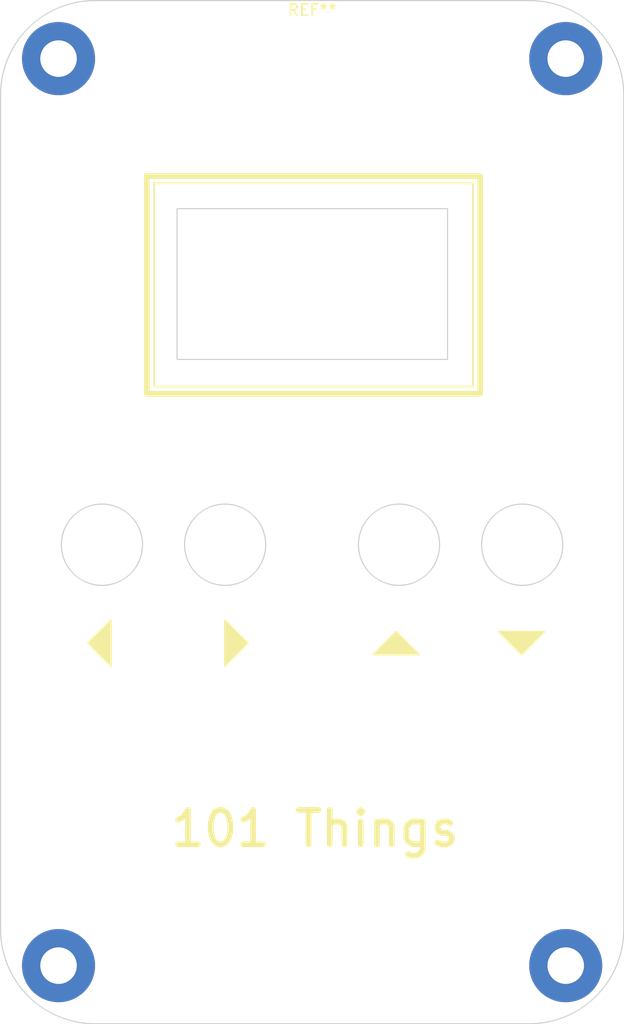
<source format=kicad_pcb>
(kicad_pcb (version 20221018) (generator pcbnew)
  (layers (0 "F.Cu" signal) (31 "B.Cu" signal) (34 "B.Paste" user) (35 "F.Paste" user) (36 "B.SilkS" user "B.Silkscreen") (37 "F.SilkS" user "F.Silkscreen") (38 "B.Mask" user) (39 "F.Mask" user) (44 "Edge.Cuts" user))
  (net 0 "")
  (net 1 "GND")
  (footprint "MountingHole:MountingHole_3.2mm_M3_Pad" (layer "F.Cu") (at 129.417834 133.227834)
    (fp_text reference "H3" hide)
    (fp_text value "MountingHole_Pad" hide)
    (pad "1" thru_hole circle (at 0 0) (size 6.4 6.4) (drill 3.2) (layers "*.Cu" "*.Mask") (net 1 "GND"))
  )
  (footprint "MountingHole:MountingHole_3.2mm_M3_Pad" (layer "F.Cu") (at 129.417834 53.852834)
    (fp_text reference "H1" hide)
    (fp_text value "MountingHole_Pad" hide)
    (pad "1" thru_hole circle (at 0 0) (size 6.4 6.4) (drill 3.2) (layers "*.Cu" "*.Mask") (net 1 "GND"))
  )
  (footprint "MountingHole:MountingHole_3.2mm_M3_Pad" (layer "F.Cu") (at 173.867834 133.227834)
    (fp_text reference "H4" hide)
    (fp_text value "MountingHole_Pad" hide)
    (pad "1" thru_hole circle (at 0 0) (size 6.4 6.4) (drill 3.2) (layers "*.Cu" "*.Mask") (net 1 "GND"))
  )
  (footprint "MountingHole:MountingHole_3.2mm_M3_Pad" (layer "F.Cu") (at 173.867834 53.852834)
    (fp_text reference "H2" hide)
    (fp_text value "MountingHole_Pad" hide)
    (pad "1" thru_hole circle (at 0 0) (size 6.4 6.4) (drill 3.2) (layers "*.Cu" "*.Mask") (net 1 "GND"))
  )
  (footprint "MountingHole:MountingHole_2.1mm" (layer "F.Cu") (at 151.65 52.8)
    (fp_text reference "REF**" (at 0 -3.2) (layer "F.SilkS"))
    (fp_text value "MountingHole_2.1mm")
    (pad "" np_thru_hole circle (at 0 0) (size 2.1 2.1) (drill 2.1) (layers "*.Cu" "*.Mask"))
  )
  (gr_poly (pts (xy 172 104) (xy 170 106) (xy 168 104)) (stroke (width 0.15)) (fill solid) (layer "F.SilkS"))
  (gr_rect (start 137.16 64.135) (end 166.37 83.185) (stroke (width 0.5)) (fill none) (layer "F.SilkS"))
  (gr_poly (pts (xy 144 107) (xy 146 105) (xy 144 103)) (stroke (width 0.15)) (fill solid) (layer "F.SilkS"))
  (gr_poly (pts (xy 161 106) (xy 159 104) (xy 157 106)) (stroke (width 0.15)) (fill solid) (layer "F.SilkS"))
  (gr_poly (pts (xy 134 103) (xy 132 105) (xy 134 107)) (stroke (width 0.15)) (fill solid) (layer "F.SilkS"))
  (gr_rect (start 137.795 64.77) (end 165.735 82.55) (stroke (width 0.15)) (fill none) (layer "F.SilkS"))
  (gr_rect (start 137.7696 64.7446) (end 137.795 64.77) (stroke (width 0.15)) (fill none) (layer "F.SilkS"))
  (gr_arc (start 178.947834 130.052834) (mid 176.529991 135.889991) (end 170.692834 138.307834) (stroke (width 0.1)) (layer "Edge.Cuts"))
  (gr_line (start 132.592834 48.772834) (end 170.692834 48.772834) (stroke (width 0.1)) (layer "Edge.Cuts"))
  (gr_rect (start 139.807834 66.977834) (end 163.507834 80.177834) (stroke (width 0.1)) (fill none) (layer "Edge.Cuts"))
  (gr_arc (start 124.337834 57.027834) (mid 126.755669 51.190669) (end 132.592834 48.772834) (stroke (width 0.1)) (layer "Edge.Cuts"))
  (gr_line (start 132.592834 138.307834) (end 170.692834 138.307834) (stroke (width 0.1)) (layer "Edge.Cuts"))
  (gr_line (start 124.337834 57.027834) (end 124.337834 130.052834) (stroke (width 0.1)) (layer "Edge.Cuts"))
  (gr_arc (start 132.592834 138.307834) (mid 126.755634 135.890015) (end 124.337834 130.052834) (stroke (width 0.1)) (layer "Edge.Cuts"))
  (gr_circle (center 170.053 96.393) (end 173.609 96.393) (stroke (width 0.1)) (fill none) (layer "Edge.Cuts"))
  (gr_circle (center 159.258 96.393) (end 162.814 96.393) (stroke (width 0.1)) (fill none) (layer "Edge.Cuts"))
  (gr_circle (center 144.018 96.393) (end 147.574 96.393) (stroke (width 0.1)) (fill none) (layer "Edge.Cuts"))
  (gr_circle (center 133.223 96.393) (end 136.779 96.393) (stroke (width 0.1)) (fill none) (layer "Edge.Cuts"))
  (gr_arc (start 170.692834 48.772834) (mid 176.529966 51.190682) (end 178.947834 57.027834) (stroke (width 0.1)) (layer "Edge.Cuts"))
  (gr_line (start 178.947834 57.027834) (end 178.947834 130.052834) (stroke (width 0.1)) (layer "Edge.Cuts"))
  (gr_text "101 Things" (at 139 123) (layer "F.SilkS") (effects (font (size 3 3) (thickness 0.5) bold) (justify left bottom)))
)
</source>
